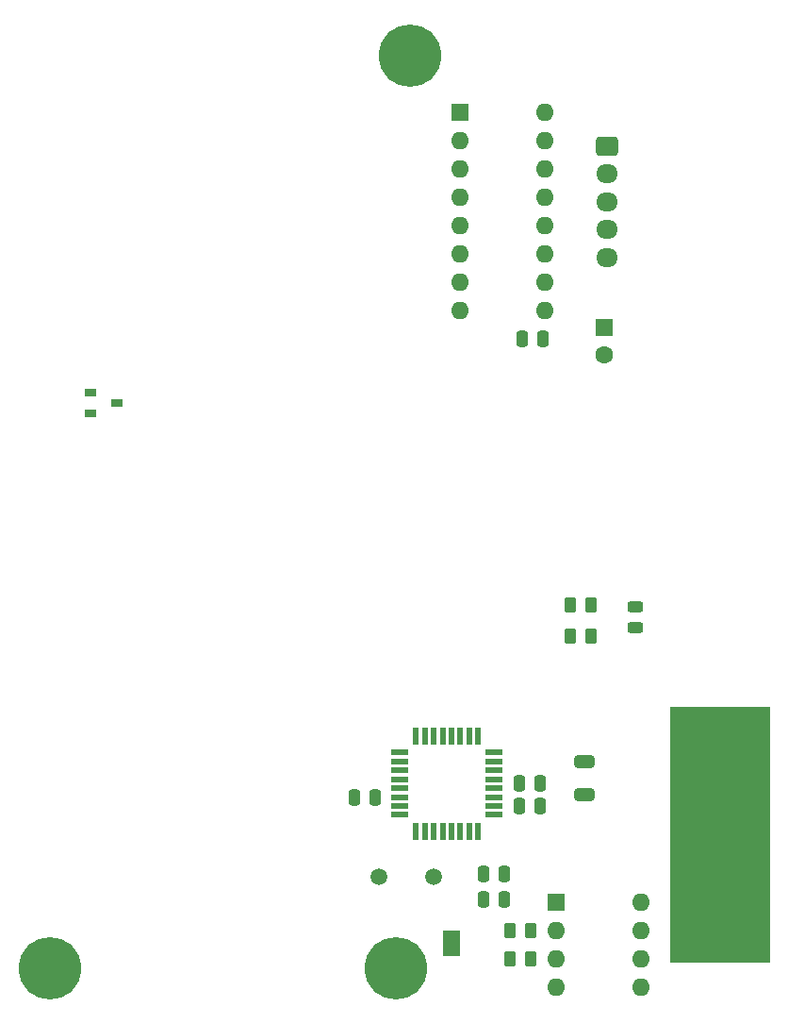
<source format=gbr>
%TF.GenerationSoftware,KiCad,Pcbnew,9.0.4-9.0.4-0~ubuntu22.04.1*%
%TF.CreationDate,2025-10-10T14:21:56+02:00*%
%TF.ProjectId,ModuleController,4d6f6475-6c65-4436-9f6e-74726f6c6c65,rev?*%
%TF.SameCoordinates,Original*%
%TF.FileFunction,Soldermask,Top*%
%TF.FilePolarity,Negative*%
%FSLAX46Y46*%
G04 Gerber Fmt 4.6, Leading zero omitted, Abs format (unit mm)*
G04 Created by KiCad (PCBNEW 9.0.4-9.0.4-0~ubuntu22.04.1) date 2025-10-10 14:21:56*
%MOMM*%
%LPD*%
G01*
G04 APERTURE LIST*
G04 Aperture macros list*
%AMRoundRect*
0 Rectangle with rounded corners*
0 $1 Rounding radius*
0 $2 $3 $4 $5 $6 $7 $8 $9 X,Y pos of 4 corners*
0 Add a 4 corners polygon primitive as box body*
4,1,4,$2,$3,$4,$5,$6,$7,$8,$9,$2,$3,0*
0 Add four circle primitives for the rounded corners*
1,1,$1+$1,$2,$3*
1,1,$1+$1,$4,$5*
1,1,$1+$1,$6,$7*
1,1,$1+$1,$8,$9*
0 Add four rect primitives between the rounded corners*
20,1,$1+$1,$2,$3,$4,$5,0*
20,1,$1+$1,$4,$5,$6,$7,0*
20,1,$1+$1,$6,$7,$8,$9,0*
20,1,$1+$1,$8,$9,$2,$3,0*%
G04 Aperture macros list end*
%ADD10C,0.100000*%
%ADD11RoundRect,0.250000X0.650000X-0.325000X0.650000X0.325000X-0.650000X0.325000X-0.650000X-0.325000X0*%
%ADD12RoundRect,0.250000X0.250000X0.475000X-0.250000X0.475000X-0.250000X-0.475000X0.250000X-0.475000X0*%
%ADD13RoundRect,0.250000X-0.262500X-0.450000X0.262500X-0.450000X0.262500X0.450000X-0.262500X0.450000X0*%
%ADD14C,1.500000*%
%ADD15O,8.500000X1.524000*%
%ADD16R,1.600000X0.550000*%
%ADD17R,0.550000X1.600000*%
%ADD18R,1.600000X1.600000*%
%ADD19C,1.600000*%
%ADD20RoundRect,0.250000X0.262500X0.450000X-0.262500X0.450000X-0.262500X-0.450000X0.262500X-0.450000X0*%
%ADD21O,1.600000X1.600000*%
%ADD22C,5.600000*%
%ADD23RoundRect,0.250000X-0.250000X-0.475000X0.250000X-0.475000X0.250000X0.475000X-0.250000X0.475000X0*%
%ADD24R,1.000000X0.700000*%
%ADD25RoundRect,0.250000X-0.725000X0.600000X-0.725000X-0.600000X0.725000X-0.600000X0.725000X0.600000X0*%
%ADD26O,1.950000X1.700000*%
%ADD27RoundRect,0.243750X0.456250X-0.243750X0.456250X0.243750X-0.456250X0.243750X-0.456250X-0.243750X0*%
%ADD28R,1.500000X1.000000*%
G04 APERTURE END LIST*
%TO.C,J6*%
D10*
X145857000Y-121920000D02*
X154747000Y-121920000D01*
X154747000Y-99060000D01*
X145857000Y-99060000D01*
X145857000Y-121920000D01*
G36*
X145857000Y-121920000D02*
G01*
X154747000Y-121920000D01*
X154747000Y-99060000D01*
X145857000Y-99060000D01*
X145857000Y-121920000D01*
G37*
%TO.C,JP1*%
G36*
X126988000Y-120134000D02*
G01*
X125488000Y-120134000D01*
X125488000Y-120434000D01*
X126988000Y-120434000D01*
X126988000Y-120134000D01*
G37*
%TD*%
D11*
%TO.C,C2*%
X138176000Y-106934000D03*
X138176000Y-103984000D03*
%TD*%
D12*
%TO.C,C8*%
X134488000Y-66040000D03*
X132588000Y-66040000D03*
%TD*%
%TO.C,C3*%
X130998000Y-116332000D03*
X129098000Y-116332000D03*
%TD*%
D13*
%TO.C,R2*%
X136906000Y-89916000D03*
X138731000Y-89916000D03*
%TD*%
D14*
%TO.C,Y1*%
X119724000Y-114300000D03*
X124604000Y-114300000D03*
%TD*%
D15*
%TO.C,J6*%
X150175000Y-119380000D03*
X150175000Y-116840000D03*
X150175000Y-114300000D03*
X150175000Y-111760000D03*
X150175000Y-109220000D03*
X150175000Y-106680000D03*
%TD*%
D16*
%TO.C,U4*%
X121588000Y-103186000D03*
X121588000Y-103986000D03*
X121588000Y-104786000D03*
X121588000Y-105586000D03*
X121588000Y-106386000D03*
X121588000Y-107186000D03*
X121588000Y-107986000D03*
X121588000Y-108786000D03*
D17*
X123038000Y-110236000D03*
X123838000Y-110236000D03*
X124638000Y-110236000D03*
X125438000Y-110236000D03*
X126238000Y-110236000D03*
X127038000Y-110236000D03*
X127838000Y-110236000D03*
X128638000Y-110236000D03*
D16*
X130088000Y-108786000D03*
X130088000Y-107986000D03*
X130088000Y-107186000D03*
X130088000Y-106386000D03*
X130088000Y-105586000D03*
X130088000Y-104786000D03*
X130088000Y-103986000D03*
X130088000Y-103186000D03*
D17*
X128638000Y-101736000D03*
X127838000Y-101736000D03*
X127038000Y-101736000D03*
X126238000Y-101736000D03*
X125438000Y-101736000D03*
X124638000Y-101736000D03*
X123838000Y-101736000D03*
X123038000Y-101736000D03*
%TD*%
D18*
%TO.C,C1*%
X139954000Y-65024000D03*
D19*
X139954000Y-67524000D03*
%TD*%
D20*
%TO.C,R1*%
X133350000Y-119126000D03*
X131525000Y-119126000D03*
%TD*%
D12*
%TO.C,C4*%
X130998000Y-114046000D03*
X129098000Y-114046000D03*
%TD*%
D18*
%TO.C,U1*%
X127000000Y-45720000D03*
D21*
X127000000Y-48260000D03*
X127000000Y-50800000D03*
X127000000Y-53340000D03*
X127000000Y-55880000D03*
X127000000Y-58420000D03*
X127000000Y-60960000D03*
X127000000Y-63500000D03*
X134620000Y-63500000D03*
X134620000Y-60960000D03*
X134620000Y-58420000D03*
X134620000Y-55880000D03*
X134620000Y-53340000D03*
X134620000Y-50800000D03*
X134620000Y-48260000D03*
X134620000Y-45720000D03*
%TD*%
D20*
%TO.C,R4*%
X133350000Y-121666000D03*
X131525000Y-121666000D03*
%TD*%
D22*
%TO.C,H3*%
X122555000Y-40640000D03*
%TD*%
D23*
%TO.C,C6*%
X117480000Y-107188000D03*
X119380000Y-107188000D03*
%TD*%
D24*
%TO.C,U2*%
X93800000Y-70860000D03*
X93800000Y-72760000D03*
X96200000Y-71810000D03*
%TD*%
D22*
%TO.C,H1*%
X121285000Y-122555000D03*
%TD*%
D12*
%TO.C,C5*%
X134234000Y-107950000D03*
X132334000Y-107950000D03*
%TD*%
D18*
%TO.C,U3*%
X135646000Y-116596000D03*
D21*
X135646000Y-119136000D03*
X135646000Y-121676000D03*
X135646000Y-124216000D03*
X143266000Y-124216000D03*
X143266000Y-121676000D03*
X143266000Y-119136000D03*
X143266000Y-116596000D03*
%TD*%
D12*
%TO.C,C7*%
X134234000Y-105918000D03*
X132334000Y-105918000D03*
%TD*%
D25*
%TO.C,J1*%
X140208000Y-48768000D03*
D26*
X140208000Y-51268000D03*
X140208000Y-53768000D03*
X140208000Y-56268000D03*
X140208000Y-58768000D03*
%TD*%
D13*
%TO.C,R3*%
X136906000Y-92710000D03*
X138731000Y-92710000D03*
%TD*%
D27*
%TO.C,F1*%
X142748000Y-91955000D03*
X142748000Y-90080000D03*
%TD*%
D22*
%TO.C,H2*%
X90170000Y-122555000D03*
%TD*%
D28*
%TO.C,JP1*%
X126238000Y-119634000D03*
X126238000Y-120934000D03*
%TD*%
M02*

</source>
